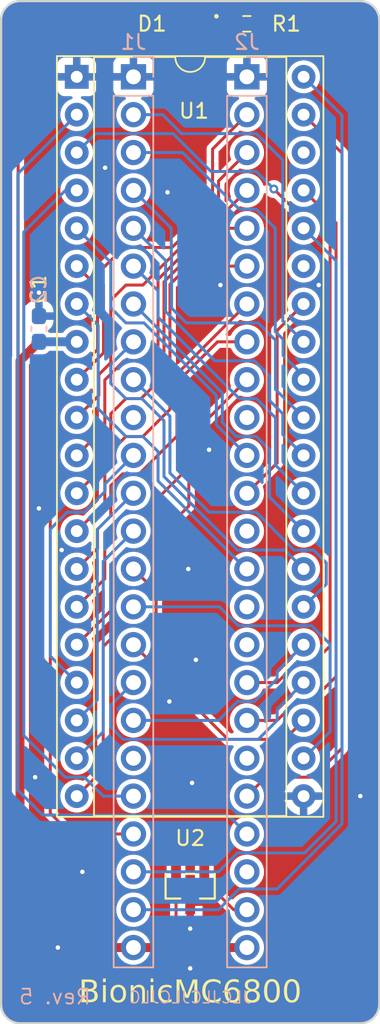
<source format=kicad_pcb>
(kicad_pcb (version 20221018) (generator pcbnew)
  (title_block (title "BionicMC6800") (date "2024-12-04") (rev "5") (company "Tadashi G. Takaoka"))
  (layers (0 "F.Cu" signal) (31 "B.Cu" signal) (34 "B.Paste" user) (35 "F.Paste" user) (36 "B.SilkS" user "B.Silkscreen") (37 "F.SilkS" user "F.Silkscreen") (38 "B.Mask" user) (39 "F.Mask" user) (44 "Edge.Cuts" user))
  (net 0 "")
  (net 1 "VCC")
  (net 2 "GND")
  (net 3 "/P53")
  (net 5 "/P26")
  (net 6 "Net-(D1-K)")
  (net 7 "/P27")
  (net 8 "/P47")
  (net 9 "/P46")
  (net 10 "/P25")
  (net 11 "/P24")
  (net 12 "/P23")
  (net 13 "/P22")
  (net 14 "/P21")
  (net 15 "/P20")
  (net 16 "/P34")
  (net 17 "/P35")
  (net 18 "/P17")
  (net 19 "/P36")
  (net 20 "/P16")
  (net 21 "/P15")
  (net 22 "/P40")
  (net 23 "/P14")
  (net 24 "/P41")
  (net 25 "/P13")
  (net 26 "/P51")
  (net 27 "/P12")
  (net 28 "/P11")
  (net 29 "/P10")
  (net 30 "/P33")
  (net 31 "/P32")
  (net 32 "/P31")
  (net 33 "/P30")
  (net 35 "/P55")
  (net 36 "/P43")
  (net 37 "/P37")
  (net 38 "/P50")
  (net 39 "/P52")
  (net 40 "/P54")
  (net 43 "Net-(J2-P57)")
  (footprint "Resistor_SMD:R_0603_1608Metric_Pad0.98x0.95mm_HandSolder" (layer "F.Cu") (at 117.51 71.524)
    (fp_text reference "R1" (at 2.6435 0) (layer "F.SilkS"))
    (fp_text value "1.6k")
    (fp_line (start -0.254724 -0.5225) (end 0.254724 -0.5225) (stroke (width 0.12)) (layer "F.SilkS"))
    (fp_line (start -0.254724 0.5225) (end 0.254724 0.5225) (stroke (width 0.12)) (layer "F.SilkS"))
    (pad "1" smd roundrect (at -0.9125 0) (size 0.975 0.95) (layers "F.Cu" "F.Paste" "F.Mask") (net 6 "Net-(D1-K)"))
    (pad "2" smd roundrect (at 0.9125 0) (size 0.975 0.95) (layers "F.Cu" "F.Paste" "F.Mask") (net 2 "GND"))
  )
  (footprint "0-LocalLibrary:SOT-23_MC_MCH-M" (layer "F.Cu") (at 113.7 129.386 180)
    (fp_text reference "U2" (at 0 3.225 unlocked) (layer "F.SilkS"))
    (fp_text value "11AA010-I/TT")
    (fp_line (start -1.652 -0.827) (end -1.652 0.827) (stroke (width 0.1524)) (layer "F.SilkS"))
    (fp_line (start -0.66294 -0.827) (end -1.652 -0.827) (stroke (width 0.1524)) (layer "F.SilkS"))
    (fp_line (start -0.287061 0.827) (end 0.287061 0.827) (stroke (width 0.1524)) (layer "F.SilkS"))
    (fp_line (start 1.652 -0.827) (end 0.66294 -0.827) (stroke (width 0.1524)) (layer "F.SilkS"))
    (fp_line (start 1.652 0.827) (end 1.652 -0.827) (stroke (width 0.1524)) (layer "F.SilkS"))
    (pad "1" smd rect (at -0.950001 1.066 180) (size 0.6604 1.6256) (layers "F.Cu" "F.Paste" "F.Mask") (net 43 "Net-(J2-P57)"))
    (pad "2" smd rect (at 0.950001 1.066 180) (size 0.6604 1.6256) (layers "F.Cu" "F.Paste" "F.Mask") (net 1 "VCC"))
    (pad "3" smd rect (at 0 -1.066 180) (size 0.6604 1.6256) (layers "F.Cu" "F.Paste" "F.Mask") (net 2 "GND"))
  )
  (footprint "0-LocalLibrary:DIP-40_W15.24mm_Socket" (layer "F.Cu") (at 106.08 75.08)
    (fp_text reference "U1" (at 7.874 2.286) (layer "F.SilkS"))
    (fp_text value "MC6800P")
    (fp_line (start -1.33 -1.39) (end -1.33 49.65) (stroke (width 0.12)) (layer "F.SilkS"))
    (fp_line (start -1.33 49.65) (end 16.57 49.65) (stroke (width 0.12)) (layer "F.SilkS"))
    (fp_line (start 1.16 -1.33) (end 1.16 49.59) (stroke (width 0.12)) (layer "F.SilkS"))
    (fp_line (start 1.16 49.59) (end 14.08 49.59) (stroke (width 0.12)) (layer "F.SilkS"))
    (fp_line (start 6.62 -1.33) (end 1.16 -1.33) (stroke (width 0.12)) (layer "F.SilkS"))
    (fp_line (start 14.08 -1.33) (end 8.62 -1.33) (stroke (width 0.12)) (layer "F.SilkS"))
    (fp_line (start 14.08 49.59) (end 14.08 -1.33) (stroke (width 0.12)) (layer "F.SilkS"))
    (fp_line (start 16.57 -1.39) (end -1.33 -1.39) (stroke (width 0.12)) (layer "F.SilkS"))
    (fp_line (start 16.57 49.65) (end 16.57 -1.39) (stroke (width 0.12)) (layer "F.SilkS"))
    (fp_arc (start 8.62 -1.33) (mid 7.62 -0.33) (end 6.62 -1.33) (stroke (width 0.12)) (layer "F.SilkS"))
    (pad "1" thru_hole rect locked (at 0 0) (size 1.6 1.6) (drill 0.8) (layers "*.Cu" "*.Mask") (net 2 "GND"))
    (pad "2" thru_hole oval locked (at 0 2.54) (size 1.6 1.6) (drill 0.8) (layers "*.Cu" "*.Mask") (net 35 "/P55"))
    (pad "3" thru_hole oval locked (at 0 5.08) (size 1.6 1.6) (drill 0.8) (layers "*.Cu" "*.Mask") (net 9 "/P46"))
    (pad "4" thru_hole oval locked (at 0 7.62) (size 1.6 1.6) (drill 0.8) (layers "*.Cu" "*.Mask") (net 38 "/P50"))
    (pad "5" thru_hole oval locked (at 0 10.16) (size 1.6 1.6) (drill 0.8) (layers "*.Cu" "*.Mask") (net 22 "/P40"))
    (pad "6" thru_hole oval locked (at 0 12.7) (size 1.6 1.6) (drill 0.8) (layers "*.Cu" "*.Mask") (net 26 "/P51"))
    (pad "7" thru_hole oval locked (at 0 15.24) (size 1.6 1.6) (drill 0.8) (layers "*.Cu" "*.Mask") (net 36 "/P43"))
    (pad "8" thru_hole oval locked (at 0 17.78) (size 1.6 1.6) (drill 0.8) (layers "*.Cu" "*.Mask") (net 1 "VCC"))
    (pad "9" thru_hole oval locked (at 0 20.32) (size 1.6 1.6) (drill 0.8) (layers "*.Cu" "*.Mask") (net 15 "/P20"))
    (pad "10" thru_hole oval locked (at 0 22.86) (size 1.6 1.6) (drill 0.8) (layers "*.Cu" "*.Mask") (net 14 "/P21"))
    (pad "11" thru_hole oval locked (at 0 25.4) (size 1.6 1.6) (drill 0.8) (layers "*.Cu" "*.Mask") (net 13 "/P22"))
    (pad "12" thru_hole oval locked (at 0 27.94) (size 1.6 1.6) (drill 0.8) (layers "*.Cu" "*.Mask") (net 12 "/P23"))
    (pad "13" thru_hole oval locked (at 0 30.48) (size 1.6 1.6) (drill 0.8) (layers "*.Cu" "*.Mask") (net 11 "/P24"))
    (pad "14" thru_hole oval locked (at 0 33.02) (size 1.6 1.6) (drill 0.8) (layers "*.Cu" "*.Mask") (net 10 "/P25"))
    (pad "15" thru_hole oval locked (at 0 35.56) (size 1.6 1.6) (drill 0.8) (layers "*.Cu" "*.Mask") (net 5 "/P26"))
    (pad "16" thru_hole oval locked (at 0 38.1) (size 1.6 1.6) (drill 0.8) (layers "*.Cu" "*.Mask") (net 7 "/P27"))
    (pad "17" thru_hole oval locked (at 0 40.64) (size 1.6 1.6) (drill 0.8) (layers "*.Cu" "*.Mask") (net 33 "/P30"))
    (pad "18" thru_hole oval locked (at 0 43.18) (size 1.6 1.6) (drill 0.8) (layers "*.Cu" "*.Mask") (net 32 "/P31"))
    (pad "19" thru_hole oval locked (at 0 45.72) (size 1.6 1.6) (drill 0.8) (layers "*.Cu" "*.Mask") (net 31 "/P32"))
    (pad "20" thru_hole oval locked (at 0 48.26) (size 1.6 1.6) (drill 0.8) (layers "*.Cu" "*.Mask") (net 30 "/P33"))
    (pad "21" thru_hole oval locked (at 15.24 48.26) (size 1.6 1.6) (drill 0.8) (layers "*.Cu" "*.Mask") (net 2 "GND"))
    (pad "22" thru_hole oval locked (at 15.24 45.72) (size 1.6 1.6) (drill 0.8) (layers "*.Cu" "*.Mask") (net 16 "/P34"))
    (pad "23" thru_hole oval locked (at 15.24 43.18) (size 1.6 1.6) (drill 0.8) (layers "*.Cu" "*.Mask") (net 17 "/P35"))
    (pad "24" thru_hole oval locked (at 15.24 40.64) (size 1.6 1.6) (drill 0.8) (layers "*.Cu" "*.Mask") (net 19 "/P36"))
    (pad "25" thru_hole oval locked (at 15.24 38.1) (size 1.6 1.6) (drill 0.8) (layers "*.Cu" "*.Mask") (net 37 "/P37"))
    (pad "26" thru_hole oval locked (at 15.24 35.56) (size 1.6 1.6) (drill 0.8) (layers "*.Cu" "*.Mask") (net 18 "/P17"))
    (pad "27" thru_hole oval locked (at 15.24 33.02) (size 1.6 1.6) (drill 0.8) (layers "*.Cu" "*.Mask") (net 20 "/P16"))
    (pad "28" thru_hole oval locked (at 15.24 30.48) (size 1.6 1.6) (drill 0.8) (layers "*.Cu" "*.Mask") (net 21 "/P15"))
    (pad "29" thru_hole oval locked (at 15.24 27.94) (size 1.6 1.6) (drill 0.8) (layers "*.Cu" "*.Mask") (net 23 "/P14"))
    (pad "30" thru_hole oval locked (at 15.24 25.4) (size 1.6 1.6) (drill 0.8) (layers "*.Cu" "*.Mask") (net 25 "/P13"))
    (pad "31" thru_hole oval locked (at 15.24 22.86) (size 1.6 1.6) (drill 0.8) (layers "*.Cu" "*.Mask") (net 27 "/P12"))
    (pad "32" thru_hole oval locked (at 15.24 20.32) (size 1.6 1.6) (drill 0.8) (layers "*.Cu" "*.Mask") (net 28 "/P11"))
    (pad "33" thru_hole oval locked (at 15.24 17.78) (size 1.6 1.6) (drill 0.8) (layers "*.Cu" "*.Mask") (net 29 "/P10"))
    (pad "34" thru_hole oval locked (at 15.24 15.24) (size 1.6 1.6) (drill 0.8) (layers "*.Cu" "*.Mask") (net 24 "/P41"))
    (pad "35" thru_hole oval locked (at 15.24 12.7) (size 1.6 1.6) (drill 0.8) (layers "*.Cu" "*.Mask"))
    (pad "36" thru_hole oval locked (at 15.24 10.16) (size 1.6 1.6) (drill 0.8) (layers "*.Cu" "*.Mask") (net 39 "/P52"))
    (pad "37" thru_hole oval locked (at 15.24 7.62) (size 1.6 1.6) (drill 0.8) (layers "*.Cu" "*.Mask") (net 8 "/P47"))
    (pad "38" thru_hole oval locked (at 15.24 5.08) (size 1.6 1.6) (drill 0.8) (layers "*.Cu" "*.Mask"))
    (pad "39" thru_hole oval locked (at 15.24 2.54) (size 1.6 1.6) (drill 0.8) (layers "*.Cu" "*.Mask") (net 40 "/P54"))
    (pad "40" thru_hole oval locked (at 15.24 0) (size 1.6 1.6) (drill 0.8) (layers "*.Cu" "*.Mask") (net 3 "/P53"))
  )
  (footprint "0-LocalLibrary:LED_CSL1901UW1_ROM" (layer "F.Cu") (at 113.6873 71.524 180)
    (fp_text reference "D1" (at 2.5527 0 unlocked) (layer "F.SilkS"))
    (fp_text value "CSL1901UW1")
    (fp_circle (center -1.778 0.508) (end -1.7018 0.508) (stroke (width 0.1524)) (fill none) (layer "F.SilkS"))
    (pad "1" smd rect (at -0.7747 0 180) (size 0.762 0.7112) (layers "F.Cu" "F.Paste" "F.Mask") (net 6 "Net-(D1-K)"))
    (pad "2" smd rect (at 0.7747 0 180) (size 0.762 0.7112) (layers "F.Cu" "F.Paste" "F.Mask") (net 1 "VCC"))
    (zone (net 0) (net_name "") (layer "F.Cu") (connect_pads (clearance 0)) (min_thickness 0.254)
      (keepout (tracks not_allowed) (vias not_allowed) (pads allowed) (copperpour not_allowed) (footprints allowed))
      (fill (thermal_gap 0.508) (thermal_bridge_width 0.508))
      (polygon (pts (xy 114.0302 71.8796) (xy 113.3444 71.8796) (xy 113.3444 71.1684) (xy 114.0302 71.1684)))
    )
  )
  (footprint "Capacitor_SMD:C_0603_1608Metric_Pad1.08x0.95mm_HandSolder" (layer "F.Cu") (at 103.54 91.9964 90)
    (fp_text reference "C1" (at 2.6405 -0.03 90) (layer "F.SilkS"))
    (fp_text value "0.1u")
    (fp_line (start -0.146267 -0.51) (end 0.146267 -0.51) (stroke (width 0.12)) (layer "F.SilkS"))
    (fp_line (start -0.146267 0.51) (end 0.146267 0.51) (stroke (width 0.12)) (layer "F.SilkS"))
    (pad "1" smd roundrect (at -0.8625 0 90) (size 1.075 0.95) (layers "F.Cu" "F.Paste" "F.Mask") (net 1 "VCC"))
    (pad "2" smd roundrect (at 0.8625 0 90) (size 1.075 0.95) (layers "F.Cu" "F.Paste" "F.Mask") (net 2 "GND"))
  )
  (footprint "0-LocalLibrary:Bionic-P245_Vertical" (layer "B.Cu") (at 117.51 75.08 180)
    (fp_text reference "J2" (at 0 2.33) (layer "B.SilkS") (effects (justify mirror)))
    (fp_text value "Bionic-P245")
    (fp_line (start -1.33 -59.75) (end 1.33 -59.75) (stroke (width 0.12)) (layer "B.SilkS"))
    (fp_line (start -1.33 -1.27) (end -1.33 -59.75) (stroke (width 0.12)) (layer "B.SilkS"))
    (fp_line (start -1.33 -1.27) (end 1.33 -1.27) (stroke (width 0.12)) (layer "B.SilkS"))
    (fp_line (start -1.33 0) (end -1.33 1.33) (stroke (width 0.12)) (layer "B.SilkS"))
    (fp_line (start -1.33 1.33) (end 0 1.33) (stroke (width 0.12)) (layer "B.SilkS"))
    (fp_line (start 1.33 -1.27) (end 1.33 -59.75) (stroke (width 0.12)) (layer "B.SilkS"))
    (pad "25" thru_hole oval locked (at 0 -58.42 180) (size 1.7 1.7) (drill 1) (layers "*.Cu" "*.Mask") (net 1 "VCC"))
    (pad "26" thru_hole oval locked (at 0 -55.88 180) (size 1.7 1.7) (drill 1) (layers "*.Cu" "*.Mask") (net 43 "Net-(J2-P57)"))
    (pad "27" thru_hole oval locked (at 0 -53.34 180) (size 1.7 1.7) (drill 1) (layers "*.Cu" "*.Mask"))
    (pad "28" thru_hole oval locked (at 0 -50.8 180) (size 1.7 1.7) (drill 1) (layers "*.Cu" "*.Mask") (net 35 "/P55"))
    (pad "29" thru_hole oval locked (at 0 -48.26 180) (size 1.7 1.7) (drill 1) (layers "*.Cu" "*.Mask") (net 40 "/P54"))
    (pad "30" thru_hole oval locked (at 0 -45.72 180) (size 1.7 1.7) (drill 1) (layers "*.Cu" "*.Mask"))
    (pad "31" thru_hole oval locked (at 0 -43.18 180) (size 1.7 1.7) (drill 1) (layers "*.Cu" "*.Mask") (net 8 "/P47"))
    (pad "32" thru_hole oval locked (at 0 -40.64 180) (size 1.7 1.7) (drill 1) (layers "*.Cu" "*.Mask") (net 9 "/P46"))
    (pad "33" thru_hole oval locked (at 0 -38.1 180) (size 1.7 1.7) (drill 1) (layers "*.Cu" "*.Mask"))
    (pad "34" thru_hole oval locked (at 0 -35.56 180) (size 1.7 1.7) (drill 1) (layers "*.Cu" "*.Mask"))
    (pad "35" thru_hole oval locked (at 0 -33.02 180) (size 1.7 1.7) (drill 1) (layers "*.Cu" "*.Mask") (net 36 "/P43"))
    (pad "36" thru_hole oval locked (at 0 -30.48 180) (size 1.7 1.7) (drill 1) (layers "*.Cu" "*.Mask"))
    (pad "37" thru_hole oval locked (at 0 -27.94 180) (size 1.7 1.7) (drill 1) (layers "*.Cu" "*.Mask") (net 24 "/P41"))
    (pad "38" thru_hole oval locked (at 0 -25.4 180) (size 1.7 1.7) (drill 1) (layers "*.Cu" "*.Mask") (net 22 "/P40"))
    (pad "39" thru_hole oval locked (at 0 -22.86 180) (size 1.7 1.7) (drill 1) (layers "*.Cu" "*.Mask"))
    (pad "40" thru_hole oval locked (at 0 -20.32 180) (size 1.7 1.7) (drill 1) (layers "*.Cu" "*.Mask") (net 7 "/P27"))
    (pad "41" thru_hole oval locked (at 0 -17.78 180) (size 1.7 1.7) (drill 1) (layers "*.Cu" "*.Mask") (net 5 "/P26"))
    (pad "42" thru_hole oval locked (at 0 -15.24 180) (size 1.7 1.7) (drill 1) (layers "*.Cu" "*.Mask") (net 10 "/P25"))
    (pad "43" thru_hole oval locked (at 0 -12.7 180) (size 1.7 1.7) (drill 1) (layers "*.Cu" "*.Mask") (net 11 "/P24"))
    (pad "44" thru_hole oval locked (at 0 -10.16 180) (size 1.7 1.7) (drill 1) (layers "*.Cu" "*.Mask") (net 12 "/P23"))
    (pad "45" thru_hole oval locked (at 0 -7.62 180) (size 1.7 1.7) (drill 1) (layers "*.Cu" "*.Mask") (net 13 "/P22"))
    (pad "46" thru_hole oval locked (at 0 -5.08 180) (size 1.7 1.7) (drill 1) (layers "*.Cu" "*.Mask") (net 14 "/P21"))
    (pad "47" thru_hole oval locked (at 0 -2.54 180) (size 1.7 1.7) (drill 1) (layers "*.Cu" "*.Mask") (net 15 "/P20"))
    (pad "48" thru_hole rect locked (at 0 0 180) (size 1.7 1.7) (drill 1) (layers "*.Cu" "*.Mask") (net 2 "GND"))
  )
  (footprint "0-LocalLibrary:Bionic-P135_Vertical" (layer "B.Cu") (at 109.89 75.08 180)
    (fp_text reference "J1" (at 0 2.33) (layer "B.SilkS") (effects (justify mirror)))
    (fp_text value "Bionic-P135")
    (fp_line (start -1.33 -59.75) (end 1.33 -59.75) (stroke (width 0.12)) (layer "B.SilkS"))
    (fp_line (start -1.33 -1.27) (end -1.33 -59.75) (stroke (width 0.12)) (layer "B.SilkS"))
    (fp_line (start -1.33 -1.27) (end 1.33 -1.27) (stroke (width 0.12)) (layer "B.SilkS"))
    (fp_line (start -1.33 0) (end -1.33 1.33) (stroke (width 0.12)) (layer "B.SilkS"))
    (fp_line (start -1.33 1.33) (end 0 1.33) (stroke (width 0.12)) (layer "B.SilkS"))
    (fp_line (start 1.33 -1.27) (end 1.33 -59.75) (stroke (width 0.12)) (layer "B.SilkS"))
    (pad "1" thru_hole rect locked (at 0 0 180) (size 1.7 1.7) (drill 1) (layers "*.Cu" "*.Mask") (net 2 "GND"))
    (pad "2" thru_hole oval locked (at 0 -2.54 180) (size 1.7 1.7) (drill 1) (layers "*.Cu" "*.Mask") (net 29 "/P10"))
    (pad "3" thru_hole oval locked (at 0 -5.08 180) (size 1.7 1.7) (drill 1) (layers "*.Cu" "*.Mask") (net 28 "/P11"))
    (pad "4" thru_hole oval locked (at 0 -7.62 180) (size 1.7 1.7) (drill 1) (layers "*.Cu" "*.Mask") (net 27 "/P12"))
    (pad "5" thru_hole oval locked (at 0 -10.16 180) (size 1.7 1.7) (drill 1) (layers "*.Cu" "*.Mask") (net 25 "/P13"))
    (pad "6" thru_hole oval locked (at 0 -12.7 180) (size 1.7 1.7) (drill 1) (layers "*.Cu" "*.Mask") (net 23 "/P14"))
    (pad "7" thru_hole oval locked (at 0 -15.24 180) (size 1.7 1.7) (drill 1) (layers "*.Cu" "*.Mask") (net 21 "/P15"))
    (pad "8" thru_hole oval locked (at 0 -17.78 180) (size 1.7 1.7) (drill 1) (layers "*.Cu" "*.Mask") (net 20 "/P16"))
    (pad "9" thru_hole oval locked (at 0 -20.32 180) (size 1.7 1.7) (drill 1) (layers "*.Cu" "*.Mask") (net 18 "/P17"))
    (pad "10" thru_hole oval locked (at 0 -22.86 180) (size 1.7 1.7) (drill 1) (layers "*.Cu" "*.Mask"))
    (pad "11" thru_hole oval locked (at 0 -25.4 180) (size 1.7 1.7) (drill 1) (layers "*.Cu" "*.Mask") (net 33 "/P30"))
    (pad "12" thru_hole oval locked (at 0 -27.94 180) (size 1.7 1.7) (drill 1) (layers "*.Cu" "*.Mask") (net 32 "/P31"))
    (pad "13" thru_hole oval locked (at 0 -30.48 180) (size 1.7 1.7) (drill 1) (layers "*.Cu" "*.Mask") (net 31 "/P32"))
    (pad "14" thru_hole oval locked (at 0 -33.02 180) (size 1.7 1.7) (drill 1) (layers "*.Cu" "*.Mask") (net 30 "/P33"))
    (pad "15" thru_hole oval locked (at 0 -35.56 180) (size 1.7 1.7) (drill 1) (layers "*.Cu" "*.Mask") (net 16 "/P34"))
    (pad "16" thru_hole oval locked (at 0 -38.1 180) (size 1.7 1.7) (drill 1) (layers "*.Cu" "*.Mask") (net 17 "/P35"))
    (pad "17" thru_hole oval locked (at 0 -40.64 180) (size 1.7 1.7) (drill 1) (layers "*.Cu" "*.Mask") (net 19 "/P36"))
    (pad "18" thru_hole oval locked (at 0 -43.18 180) (size 1.7 1.7) (drill 1) (layers "*.Cu" "*.Mask") (net 37 "/P37"))
    (pad "19" thru_hole oval locked (at 0 -45.72 180) (size 1.7 1.7) (drill 1) (layers "*.Cu" "*.Mask"))
    (pad "20" thru_hole oval locked (at 0 -48.26 180) (size 1.7 1.7) (drill 1) (layers "*.Cu" "*.Mask") (net 38 "/P50"))
    (pad "21" thru_hole oval locked (at 0 -50.8 180) (size 1.7 1.7) (drill 1) (layers "*.Cu" "*.Mask") (net 26 "/P51"))
    (pad "22" thru_hole oval locked (at 0 -53.34 180) (size 1.7 1.7) (drill 1) (layers "*.Cu" "*.Mask") (net 39 "/P52"))
    (pad "23" thru_hole oval locked (at 0 -55.88 180) (size 1.7 1.7) (drill 1) (layers "*.Cu" "*.Mask") (net 3 "/P53"))
    (pad "24" thru_hole oval locked (at 0 -58.42 180) (size 1.7 1.7) (drill 1) (layers "*.Cu" "*.Mask") (net 1 "VCC"))
  )
  (footprint "Capacitor_SMD:C_0603_1608Metric_Pad1.08x0.95mm_HandSolder" (layer "B.Cu") (at 103.54 91.9953 90)
    (fp_text reference "C2" (at 2.6405 0 90) (layer "B.SilkS") (effects (justify mirror)))
    (fp_text value "22u")
    (fp_line (start -0.146267 -0.51) (end 0.146267 -0.51) (stroke (width 0.12)) (layer "B.SilkS"))
    (fp_line (start -0.146267 0.51) (end 0.146267 0.51) (stroke (width 0.12)) (layer "B.SilkS"))
    (pad "1" smd roundrect (at -0.8625 0 90) (size 1.075 0.95) (layers "B.Cu" "B.Paste" "B.Mask") (net 1 "VCC"))
    (pad "2" smd roundrect (at 0.8625 0 90) (size 1.075 0.95) (layers "B.Cu" "B.Paste" "B.Mask") (net 2 "GND"))
  )
  (gr_arc (start 125.13 70) (mid 126.028026 70.371974) (end 126.4 71.27) (stroke (width 0.15)) (layer "Edge.Cuts"))
  (gr_line (start 102.27 138.58) (end 125.13 138.58) (stroke (width 0.15)) (layer "Edge.Cuts"))
  (gr_line (start 126.4 137.31) (end 126.4 71.27) (stroke (width 0.15)) (layer "Edge.Cuts"))
  (gr_arc (start 102.27 138.58) (mid 101.371974 138.208026) (end 101 137.31) (stroke (width 0.15)) (layer "Edge.Cuts"))
  (gr_line (start 125.13 70) (end 102.27 70) (stroke (width 0.15)) (layer "Edge.Cuts"))
  (gr_arc (start 101 71.27) (mid 101.371974 70.371974) (end 102.27 70) (stroke (width 0.15)) (layer "Edge.Cuts"))
  (gr_line (start 101 71.27) (end 101 137.31) (stroke (width 0.15)) (layer "Edge.Cuts"))
  (gr_arc (start 126.4 137.31) (mid 126.028026 138.208026) (end 125.13 138.58) (stroke (width 0.15)) (layer "Edge.Cuts"))
  (gr_text "Rev. 5" (at 107.096 136.802) (layer "B.SilkS") (effects (font (size 1 1)) (justify left mirror)))
  (gr_text "JLCJLCJLCJLC" (at 113.7 137.31) (layer "B.SilkS") (effects (font (size 0.8 0.8)) (justify bottom mirror)))
  (gr_text "BionicMC6800" (at 113.7 136.548) (layer "F.SilkS") (effects (font (size 1.5 1.5))))
  (segment (start 112.811 133.5) (end 117.51 133.5) (width 0.6) (layer "F.Cu") (net 1))
  (segment (start 109.89 133.5) (end 112.811 133.5) (width 0.6) (layer "F.Cu") (net 1))
  (segment (start 102.143 75.207) (end 105.826 71.524) (width 0.2) (layer "F.Cu") (net 1))
  (segment (start 103.286 92.7079) (end 103.286 92.7065) (width 0.2) (layer "F.Cu") (net 1))
  (segment (start 105.826 71.524) (end 112.9126 71.524) (width 0.2) (layer "F.Cu") (net 1))
  (segment (start 108.687919 133.5) (end 102.27 127.082081) (width 0.6) (layer "F.Cu") (net 1))
  (segment (start 105.4465 92.86) (end 106.08 92.86) (width 0.2) (layer "F.Cu") (net 1))
  (segment (start 102.27 94.13) (end 103.54 92.86) (width 0.6) (layer "F.Cu") (net 1))
  (segment (start 109.89 133.5) (end 108.687919 133.5) (width 0.6) (layer "F.Cu") (net 1))
  (segment (start 102.27 94.13) (end 102.143 94.003) (width 0.2) (layer "F.Cu") (net 1))
  (segment (start 103.54 92.8589) (end 106.0789 92.8589) (width 0.6) (layer "F.Cu") (net 1))
  (segment (start 106.0789 92.8589) (end 106.08 92.86) (width 0.8) (layer "F.Cu") (net 1))
  (segment (start 103.1339 92.86) (end 103.286 92.7079) (width 0.2) (layer "F.Cu") (net 1))
  (segment (start 102.143 94.003) (end 102.143 75.207) (width 0.2) (layer "F.Cu") (net 1))
  (segment (start 103.54 92.86) (end 103.54 92.8589) (width 0.6) (layer "F.Cu") (net 1))
  (segment (start 112.749999 133.438999) (end 112.811 133.5) (width 0.2) (layer "F.Cu") (net 1))
  (segment (start 112.749999 128.32) (end 112.749999 133.438999) (width 0.2) (layer "F.Cu") (net 1))
  (segment (start 102.27 127.082081) (end 102.27 94.13) (width 0.6) (layer "F.Cu") (net 1))
  (segment (start 103.54 92.8578) (end 106.0778 92.8578) (width 0.6) (layer "B.Cu") (net 1))
  (segment (start 106.0778 92.8578) (end 106.08 92.86) (width 0.8) (layer "B.Cu") (net 1))
  (via (at 113.573 108.1) (size 0.6) (drill 0.3) (layers "F.Cu" "B.Cu") (net 2))
  (via (at 115.732 89.05) (size 0.6) (drill 0.3) (layers "F.Cu" "B.Cu") (net 2))
  (via (at 103.54 104.036) (size 0.6) (drill 0.3) (layers "F.Cu" "B.Cu") (net 2))
  (via (at 112.303 116.99) (size 0.6) (drill 0.3) (layers "F.Cu" "B.Cu") (net 2))
  (via (at 106.461 128.42) (size 0.6) (drill 0.3) (layers "F.Cu" "B.Cu") (net 2))
  (via (at 103.286 122.07) (size 0.6) (drill 0.3) (layers "F.Cu" "B.Cu") (net 2))
  (via (at 122.336 89.05) (size 0.6) (drill 0.3) (layers "F.Cu" "B.Cu") (net 2))
  (via (at 112.176 82.827) (size 0.6) (drill 0.3) (layers "F.Cu" "B.Cu") (net 2))
  (via (at 104.81 133.5) (size 0.6) (drill 0.3) (layers "F.Cu" "B.Cu") (net 2))
  (via (at 113.827 122.451) (size 0.6) (drill 0.3) (layers "F.Cu" "B.Cu") (net 2))
  (via (at 105.064 106.83) (size 0.6) (drill 0.3) (layers "F.Cu" "B.Cu") (net 2))
  (via (at 113.7 134.897) (size 0.6) (drill 0.3) (layers "F.Cu" "B.Cu") (net 2))
  (via (at 107.985 81.176) (size 0.6) (drill 0.3) (layers "F.Cu" "B.Cu") (net 2))
  (via (at 125.13 123.34) (size 0.6) (drill 0.3) (layers "F.Cu" "B.Cu") (net 2))
  (via (at 103.54 89.558) (size 0.6) (drill 0.3) (layers "F.Cu" "B.Cu") (net 2))
  (via (at 113.7 132.23) (size 0.6) (drill 0.3) (layers "F.Cu" "B.Cu") (net 2))
  (via (at 114.081 114.196) (size 0.6) (drill 0.3) (layers "F.Cu" "B.Cu") (net 2))
  (via (at 114.97 100.099) (size 0.6) (drill 0.3) (layers "F.Cu" "B.Cu") (net 2))
  (segment (start 123.898 125.206999) (end 123.898 77.658) (width 0.2) (layer "B.Cu") (net 3))
  (segment (start 116.995 129.57) (end 119.535 129.57) (width 0.2) (layer "B.Cu") (net 3))
  (segment (start 109.89 130.96) (end 115.605 130.96) (width 0.2) (layer "B.Cu") (net 3))
  (segment (start 123.898 77.658) (end 121.32 75.08) (width 0.2) (layer "B.Cu") (net 3))
  (segment (start 119.535 129.57) (end 123.898 125.206999) (width 0.2) (layer "B.Cu") (net 3))
  (segment (start 115.605 130.96) (end 116.995 129.57) (width 0.2) (layer "B.Cu") (net 3))
  (segment (start 113.211 101.6747) (end 113.211 95.184686) (width 0.2) (layer "F.Cu") (net 5))
  (segment (start 106.08 110.64) (end 107.966 108.754) (width 0.2) (layer "F.Cu") (net 5))
  (segment (start 109.382 104.29) (end 110.5957 104.29) (width 0.2) (layer "F.Cu") (net 5))
  (segment (start 107.966 108.754) (end 107.966 105.706) (width 0.2) (layer "F.Cu") (net 5))
  (segment (start 110.5957 104.29) (end 113.211 101.6747) (width 0.2) (layer "F.Cu") (net 5))
  (segment (start 113.211 95.184686) (end 115.535686 92.86) (width 0.2) (layer "F.Cu") (net 5))
  (segment (start 115.535686 92.86) (end 117.51 92.86) (width 0.2) (layer "F.Cu") (net 5))
  (segment (start 107.966 105.706) (end 109.382 104.29) (width 0.2) (layer "F.Cu") (net 5))
  (segment (start 116.5975 71.524) (end 114.462 71.524) (width 0.2) (layer "F.Cu") (net 6))
  (segment (start 113.611 99.299) (end 113.611 103.871) (width 0.2) (layer "F.Cu") (net 7))
  (segment (start 113.611 103.871) (end 110.652 106.83) (width 0.2) (layer "F.Cu") (net 7))
  (segment (start 110.652 106.83) (end 109.382 106.83) (width 0.2) (layer "F.Cu") (net 7))
  (segment (start 108.366 107.846) (end 108.366 110.894) (width 0.2) (layer "F.Cu") (net 7))
  (segment (start 117.51 95.4) (end 113.611 99.299) (width 0.2) (layer "F.Cu") (net 7))
  (segment (start 109.382 106.83) (end 108.366 107.846) (width 0.2) (layer "F.Cu") (net 7))
  (segment (start 108.366 110.894) (end 106.08 113.18) (width 0.2) (layer "F.Cu") (net 7))
  (segment (start 120.812 116.99) (end 121.828 116.99) (width 0.2) (layer "F.Cu") (net 8))
  (segment (start 117.51 118.26) (end 119.542 118.26) (width 0.2) (layer "F.Cu") (net 8))
  (segment (start 123.498 115.32) (end 123.498 84.878) (width 0.2) (layer "F.Cu") (net 8))
  (segment (start 123.498 84.878) (end 121.32 82.7) (width 0.2) (layer "F.Cu") (net 8))
  (segment (start 119.542 118.26) (end 120.812 116.99) (width 0.2) (layer "F.Cu") (net 8))
  (segment (start 121.828 116.99) (end 123.498 115.32) (width 0.2) (layer "F.Cu") (net 8))
  (segment (start 119.542 115.72) (end 117.51 115.72) (width 0.2) (layer "F.Cu") (net 9))
  (segment (start 120.812 114.45) (end 119.542 115.72) (width 0.2) (layer "F.Cu") (net 9))
  (segment (start 123.098 113.269) (end 121.917 114.45) (width 0.2) (layer "F.Cu") (net 9))
  (segment (start 120.685 83.97) (end 121.8915 83.97) (width 0.2) (layer "F.Cu") (net 9))
  (segment (start 123.098 85.1765) (end 123.098 113.269) (width 0.2) (layer "F.Cu") (net 9))
  (segment (start 119.323 82.608) (end 120.685 83.97) (width 0.2) (layer "F.Cu") (net 9))
  (segment (start 121.8915 83.97) (end 123.098 85.1765) (width 0.2) (layer "F.Cu") (net 9))
  (segment (start 121.917 114.45) (end 120.812 114.45) (width 0.2) (layer "F.Cu") (net 9))
  (via (at 119.323 82.608) (size 0.6) (drill 0.3) (layers "F.Cu" "B.Cu") (net 9))
  (segment (start 112.557 78.89) (end 107.35 78.89) (width 0.2) (layer "B.Cu") (net 9))
  (segment (start 107.35 78.89) (end 106.08 80.16) (width 0.2) (layer "B.Cu") (net 9))
  (segment (start 118.145 81.43) (end 115.097 81.43) (width 0.2) (layer "B.Cu") (net 9))
  (segment (start 119.323 82.608) (end 118.145 81.43) (width 0.2) (layer "B.Cu") (net 9))
  (segment (start 115.097 81.43) (end 112.557 78.89) (width 0.2) (layer "B.Cu") (net 9))
  (segment (start 107.477 106.703) (end 107.477 105.433) (width 0.2) (layer "F.Cu") (net 10))
  (segment (start 109.1614 101.7166) (end 110.2825 101.7166) (width 0.2) (layer "F.Cu") (net 10))
  (segment (start 107.477 105.433) (end 108.366 104.544) (width 0.2) (layer "F.Cu") (net 10))
  (segment (start 106.08 108.1) (end 107.477 106.703) (width 0.2) (layer "F.Cu") (net 10))
  (segment (start 108.366 104.544) (end 108.366 102.512) (width 0.2) (layer "F.Cu") (net 10))
  (segment (start 108.366 102.512) (end 109.1614 101.7166) (width 0.2) (layer "F.Cu") (net 10))
  (segment (start 112.811 99.1881) (end 112.811 95.019) (width 0.2) (layer "F.Cu") (net 10))
  (segment (start 112.811 95.019) (end 117.51 90.32) (width 0.2) (layer "F.Cu") (net 10))
  (segment (start 110.2825 101.7166) (end 112.811 99.1881) (width 0.2) (layer "F.Cu") (net 10))
  (segment (start 117.51 87.78) (end 113.573 87.78) (width 0.2) (layer "F.Cu") (net 11))
  (segment (start 107.966 103.674) (end 106.08 105.56) (width 0.2) (layer "F.Cu") (net 11))
  (segment (start 107.966 100.626) (end 107.966 103.674) (width 0.2) (layer "F.Cu") (net 11))
  (segment (start 109.3738 99.2182) (end 107.966 100.626) (width 0.2) (layer "F.Cu") (net 11))
  (segment (start 112.341 97.394) (end 110.5168 99.2182) (width 0.2) (layer "F.Cu") (net 11))
  (segment (start 110.5168 99.2182) (end 109.3738 99.2182) (width 0.2) (layer "F.Cu") (net 11))
  (segment (start 112.341 89.012) (end 112.341 97.394) (width 0.2) (layer "F.Cu") (net 11))
  (segment (start 113.573 87.78) (end 112.341 89.012) (width 0.2) (layer "F.Cu") (net 11))
  (segment (start 108.366 99.21) (end 107.477 100.099) (width 0.2) (layer "F.Cu") (net 12))
  (segment (start 107.477 101.623) (end 106.08 103.02) (width 0.2) (layer "F.Cu") (net 12))
  (segment (start 110.398 96.67) (end 109.382 96.67) (width 0.2) (layer "F.Cu") (net 12))
  (segment (start 111.941 95.127) (end 110.398 96.67) (width 0.2) (layer "F.Cu") (net 12))
  (segment (start 111.941 88.834686) (end 111.941 95.127) (width 0.2) (layer "F.Cu") (net 12))
  (segment (start 117.51 85.24) (end 115.535686 85.24) (width 0.2) (layer "F.Cu") (net 12))
  (segment (start 108.366 97.686) (end 108.366 99.21) (width 0.2) (layer "F.Cu") (net 12))
  (segment (start 115.535686 85.24) (end 111.941 88.834686) (width 0.2) (layer "F.Cu") (net 12))
  (segment (start 109.382 96.67) (end 108.366 97.686) (width 0.2) (layer "F.Cu") (net 12))
  (segment (start 107.477 100.099) (end 107.477 101.623) (width 0.2) (layer "F.Cu") (net 12))
  (segment (start 111.541 88.669) (end 117.51 82.7) (width 0.2) (layer "F.Cu") (net 13))
  (segment (start 107.966 98.594) (end 107.966 95.419) (width 0.2) (layer "F.Cu") (net 13))
  (segment (start 109.255 94.13) (end 110.525 94.13) (width 0.2) (layer "F.Cu") (net 13))
  (segment (start 110.525 94.13) (end 111.541 93.114) (width 0.2) (layer "F.Cu") (net 13))
  (segment (start 106.08 100.48) (end 107.966 98.594) (width 0.2) (layer "F.Cu") (net 13))
  (segment (start 107.966 95.419) (end 109.255 94.13) (width 0.2) (layer "F.Cu") (net 13))
  (segment (start 111.541 93.114) (end 111.541 88.669) (width 0.2) (layer "F.Cu") (net 13))
  (segment (start 107.566 95.057) (end 107.566 96.454) (width 0.2) (layer "F.Cu") (net 14))
  (segment (start 117.51 80.16) (end 115.605 82.065) (width 0.2) (layer "F.Cu") (net 14))
  (segment (start 108.366 94.257) (end 107.566 95.057) (width 0.2) (layer "F.Cu") (net 14))
  (segment (start 108.366 90.066) (end 108.366 94.257) (width 0.2) (layer "F.Cu") (net 14))
  (segment (start 107.566 96.454) (end 106.08 97.94) (width 0.2) (layer "F.Cu") (net 14))
  (segment (start 115.605 83.97) (end 110.525 89.05) (width 0.2) (layer "F.Cu") (net 14))
  (segment (start 109.382 89.05) (end 108.366 90.066) (width 0.2) (layer "F.Cu") (net 14))
  (segment (start 110.525 89.05) (end 109.382 89.05) (width 0.2) (layer "F.Cu") (net 14))
  (segment (start 115.605 82.065) (end 115.605 83.97) (width 0.2) (layer "F.Cu") (net 14))
  (segment (start 107.877 89.011315) (end 107.877 93.603) (width 0.2) (layer "F.Cu") (net 15))
  (segment (start 117.51 77.62) (end 115.205 79.925) (width 0.2) (layer "F.Cu") (net 15))
  (segment (start 115.205 79.925) (end 115.205 83.804314) (width 0.2) (layer "F.Cu") (net 15))
  (segment (start 107.858 88.992314) (end 107.877 89.011315) (width 0.2) (layer "F.Cu") (net 15))
  (segment (start 115.205 83.804314) (end 112.481173 86.528141) (width 0.2) (layer "F.Cu") (net 15))
  (segment (start 107.858 87.907) (end 107.858 88.992314) (width 0.2) (layer "F.Cu") (net 15))
  (segment (start 112.481173 86.528141) (end 109.236859 86.528141) (width 0.2) (layer "F.Cu") (net 15))
  (segment (start 107.877 93.603) (end 106.08 95.4) (width 0.2) (layer "F.Cu") (net 15))
  (segment (start 109.236859 86.528141) (end 107.858 87.907) (width 0.2) (layer "F.Cu") (net 15))
  (segment (start 123.098 119.022) (end 121.32 120.8) (width 0.2) (layer "B.Cu") (net 16))
  (segment (start 123.098 113.143175) (end 123.098 119.022) (width 0.2) (layer "B.Cu") (net 16))
  (segment (start 116.9385 111.91) (end 121.864825 111.91) (width 0.2) (layer "B.Cu") (net 16))
  (segment (start 121.864825 111.91) (end 123.098 113.143175) (width 0.2) (layer "B.Cu") (net 16))
  (segment (start 109.89 110.64) (end 115.6685 110.64) (width 0.2) (layer "B.Cu") (net 16))
  (segment (start 115.6685 110.64) (end 116.9385 111.91) (width 0.2) (layer "B.Cu") (net 16))
  (segment (start 116.24 119.53) (end 120.05 119.53) (width 0.2) (layer "F.Cu") (net 17))
  (segment (start 120.05 119.53) (end 121.32 118.26) (width 0.2) (layer "F.Cu") (net 17))
  (segment (start 109.89 113.18) (end 116.24 119.53) (width 0.2) (layer "F.Cu") (net 17))
  (segment (start 112.341 101.661) (end 114.97 104.29) (width 0.2) (layer "B.Cu") (net 18))
  (segment (start 122.844 109.116) (end 121.32 110.64) (width 0.2) (layer "B.Cu") (net 18))
  (segment (start 121.98945 106.83) (end 122.844 107.68455) (width 0.2) (layer "B.Cu") (net 18))
  (segment (start 118.145 104.29) (end 120.685 106.83) (width 0.2) (layer "B.Cu") (net 18))
  (segment (start 122.844 107.68455) (end 122.844 109.116) (width 0.2) (layer "B.Cu") (net 18))
  (segment (start 120.685 106.83) (end 121.98945 106.83) (width 0.2) (layer "B.Cu") (net 18))
  (segment (start 114.97 104.29) (end 118.145 104.29) (width 0.2) (layer "B.Cu") (net 18))
  (segment (start 112.341 97.851) (end 112.341 101.661) (width 0.2) (layer "B.Cu") (net 18))
  (segment (start 109.89 95.4) (end 112.341 97.851) (width 0.2) (layer "B.Cu") (net 18))
  (segment (start 108.366 117.244) (end 108.366 118.6952) (width 0.2) (layer "B.Cu") (net 19))
  (segment (start 108.366 118.6952) (end 109.2008 119.53) (width 0.2) (layer "B.Cu") (net 19))
  (segment (start 119.542 117.498) (end 121.32 115.72) (width 0.2) (layer "B.Cu") (net 19))
  (segment (start 109.2008 119.53) (end 118.272 119.53) (width 0.2) (layer "B.Cu") (net 19))
  (segment (start 109.89 115.72) (end 108.366 117.244) (width 0.2) (layer "B.Cu") (net 19))
  (segment (start 119.542 118.26) (end 119.542 117.498) (width 0.2) (layer "B.Cu") (net 19))
  (segment (start 118.272 119.53) (end 119.542 118.26) (width 0.2) (layer "B.Cu") (net 19))
  (segment (start 109.89 92.86) (end 108.366 94.384) (width 0.2) (layer "B.Cu") (net 20))
  (segment (start 116.875 106.83) (end 120.05 106.83) (width 0.2) (layer "B.Cu") (net 20))
  (segment (start 120.05 106.83) (end 121.32 108.1) (width 0.2) (layer "B.Cu") (net 20))
  (segment (start 109.382 96.67) (end 110.4541 96.67) (width 0.2) (layer "B.Cu") (net 20))
  (segment (start 108.366 95.654) (end 109.382 96.67) (width 0.2) (layer "B.Cu") (net 20))
  (segment (start 110.4541 96.67) (end 111.941 98.1569) (width 0.2) (layer "B.Cu") (net 20))
  (segment (start 108.366 94.384) (end 108.366 95.654) (width 0.2) (layer "B.Cu") (net 20))
  (segment (start 111.941 101.896) (end 116.875 106.83) (width 0.2) (layer "B.Cu") (net 20))
  (segment (start 111.941 98.1569) (end 111.941 101.896) (width 0.2) (layer "B.Cu") (net 20))
  (segment (start 115.859 98.263314) (end 116.805686 99.21) (width 0.2) (layer "B.Cu") (net 21))
  (segment (start 118.145 99.21) (end 119.034 100.099) (width 0.2) (layer "B.Cu") (net 21))
  (segment (start 115.859 96.289) (end 115.859 98.263314) (width 0.2) (layer "B.Cu") (net 21))
  (segment (start 119.034 103.274) (end 121.32 105.56) (width 0.2) (layer "B.Cu") (net 21))
  (segment (start 119.034 100.099) (end 119.034 103.274) (width 0.2) (layer "B.Cu") (net 21))
  (segment (start 109.89 90.32) (end 115.859 96.289) (width 0.2) (layer "B.Cu") (net 21))
  (segment (start 116.805686 99.21) (end 118.145 99.21) (width 0.2) (layer "B.Cu") (net 21))
  (segment (start 106.08 85.24) (end 108.366 87.526) (width 0.2) (layer "B.Cu") (net 22))
  (segment (start 108.366 90.574) (end 109.382 91.59) (width 0.2) (layer "B.Cu") (net 22))
  (segment (start 108.366 87.526) (end 108.366 90.574) (width 0.2) (layer "B.Cu") (net 22))
  (segment (start 115.459 98.429) (end 117.51 100.48) (width 0.2) (layer "B.Cu") (net 22))
  (segment (start 115.459 96.454686) (end 115.459 98.429) (width 0.2) (layer "B.Cu") (net 22))
  (segment (start 109.382 91.59) (end 110.594314 91.59) (width 0.2) (layer "B.Cu") (net 22))
  (segment (start 110.594314 91.59) (end 115.459 96.454686) (width 0.2) (layer "B.Cu") (net 22))
  (segment (start 111.541 91.209) (end 117.002 96.67) (width 0.2) (layer "B.Cu") (net 23))
  (segment (start 118.145 96.67) (end 119.434 97.959) (width 0.2) (layer "B.Cu") (net 23))
  (segment (start 109.89 87.78) (end 111.541 89.431) (width 0.2) (layer "B.Cu") (net 23))
  (segment (start 111.541 89.431) (end 111.541 91.209) (width 0.2) (layer "B.Cu") (net 23))
  (segment (start 119.434 97.959) (end 119.434 101.134) (width 0.2) (layer "B.Cu") (net 23))
  (segment (start 117.002 96.67) (end 118.145 96.67) (width 0.2) (layer "B.Cu") (net 23))
  (segment (start 119.434 101.134) (end 121.32 103.02) (width 0.2) (layer "B.Cu") (net 23))
  (segment (start 117.51 103.02) (end 119.542 100.988) (width 0.2) (layer "F.Cu") (net 24))
  (segment (start 119.542 92.098) (end 121.32 90.32) (width 0.2) (layer "F.Cu") (net 24))
  (segment (start 119.542 100.988) (end 119.542 92.098) (width 0.2) (layer "F.Cu") (net 24))
  (segment (start 119.923 99.083) (end 121.32 100.48) (width 0.2) (layer "B.Cu") (net 25))
  (segment (start 119.923 97.686) (end 119.923 99.083) (width 0.2) (layer "B.Cu") (net 25))
  (segment (start 109.89 85.24) (end 112.049 87.399) (width 0.2) (layer "B.Cu") (net 25))
  (segment (start 118.018 94.13) (end 119.034 95.146) (width 0.2) (layer "B.Cu") (net 25))
  (segment (start 112.049 87.399) (end 112.049 90.828) (width 0.2) (layer "B.Cu") (net 25))
  (segment (start 112.049 90.828) (end 115.351 94.13) (width 0.2) (layer "B.Cu") (net 25))
  (segment (start 115.351 94.13) (end 118.018 94.13) (width 0.2) (layer "B.Cu") (net 25))
  (segment (start 119.034 95.146) (end 119.034 96.797) (width 0.2) (layer "B.Cu") (net 25))
  (segment (start 119.034 96.797) (end 119.923 97.686) (width 0.2) (layer "B.Cu") (net 25))
  (segment (start 107.477 89.177) (end 107.477 93.368) (width 0.2) (layer "F.Cu") (net 26))
  (segment (start 104.302 95.4) (end 104.302 124.483) (width 0.2) (layer "F.Cu") (net 26))
  (segment (start 104.302 124.483) (end 105.699 125.88) (width 0.2) (layer "F.Cu") (net 26))
  (segment (start 107.477 93.368) (end 106.715 94.13) (width 0.2) (layer "F.Cu") (net 26))
  (segment (start 105.572 94.13) (end 104.302 95.4) (width 0.2) (layer "F.Cu") (net 26))
  (segment (start 105.699 125.88) (end 109.89 125.88) (width 0.2) (layer "F.Cu") (net 26))
  (segment (start 106.715 94.13) (end 105.572 94.13) (width 0.2) (layer "F.Cu") (net 26))
  (segment (start 106.08 87.78) (end 107.477 89.177) (width 0.2) (layer "F.Cu") (net 26))
  (segment (start 119.434 92.752) (end 118.2721 91.5901) (width 0.2) (layer "B.Cu") (net 27))
  (segment (start 112.43 87.214315) (end 112.43 85.24) (width 0.2) (layer "B.Cu") (net 27))
  (segment (start 118.2721 91.5901) (end 113.4461 91.5901) (width 0.2) (layer "B.Cu") (net 27))
  (segment (start 113.4461 91.5901) (end 112.449 90.593) (width 0.2) (layer "B.Cu") (net 27))
  (segment (start 112.43 85.24) (end 109.89 82.7) (width 0.2) (layer "B.Cu") (net 27))
  (segment (start 112.449 90.593) (end 112.449 87.233315) (width 0.2) (layer "B.Cu") (net 27))
  (segment (start 121.32 97.94) (end 119.434 96.054) (width 0.2) (layer "B.Cu") (net 27))
  (segment (start 112.449 87.233315) (end 112.43 87.214315) (width 0.2) (layer "B.Cu") (net 27))
  (segment (start 119.434 96.054) (end 119.434 92.752) (width 0.2) (layer "B.Cu") (net 27))
  (segment (start 118.145 83.97) (end 117.002 83.97) (width 0.2) (layer "B.Cu") (net 28))
  (segment (start 117.002 83.97) (end 113.192 80.16) (width 0.2) (layer "B.Cu") (net 28))
  (segment (start 113.192 80.16) (end 109.89 80.16) (width 0.2) (layer "B.Cu") (net 28))
  (segment (start 119.415 92.167314) (end 119.415 85.24) (width 0.2) (layer "B.Cu") (net 28))
  (segment (start 121.32 95.4) (end 121.32 95.146) (width 0.2) (layer "B.Cu") (net 28))
  (segment (start 119.415 85.24) (end 118.145 83.97) (width 0.2) (layer "B.Cu") (net 28))
  (segment (start 119.942 92.694314) (end 119.415 92.167314) (width 0.2) (layer "B.Cu") (net 28))
  (segment (start 119.942 93.768) (end 119.942 92.694314) (width 0.2) (layer "B.Cu") (net 28))
  (segment (start 121.32 95.146) (end 119.942 93.768) (width 0.2) (layer "B.Cu") (net 28))
  (segment (start 111.852686 77.62) (end 109.89 77.62) (width 0.2) (layer "B.Cu") (net 29))
  (segment (start 119.923 91.463) (end 119.923 80.668) (width 0.2) (layer "B.Cu") (net 29))
  (segment (start 121.32 92.86) (end 119.923 91.463) (width 0.2) (layer "B.Cu") (net 29))
  (segment (start 119.923 80.668) (end 118.145 78.89) (width 0.2) (layer "B.Cu") (net 29))
  (segment (start 113.122686 78.89) (end 111.852686 77.62) (width 0.2) (layer "B.Cu") (net 29))
  (segment (start 118.145 78.89) (end 113.122686 78.89) (width 0.2) (layer "B.Cu") (net 29))
  (segment (start 107.858 113.307) (end 107.858 121.562) (width 0.2) (layer "F.Cu") (net 30))
  (segment (start 111.414 109.624) (end 111.414 111.021) (width 0.2) (layer "F.Cu") (net 30))
  (segment (start 109.89 108.1) (end 111.414 109.624) (width 0.2) (layer "F.Cu") (net 30))
  (segment (start 110.525 111.91) (end 109.255 111.91) (width 0.2) (layer "F.Cu") (net 30))
  (segment (start 109.255 111.91) (end 107.858 113.307) (width 0.2) (layer "F.Cu") (net 30))
  (segment (start 107.858 121.562) (end 106.08 123.34) (width 0.2) (layer "F.Cu") (net 30))
  (segment (start 111.414 111.021) (end 110.525 111.91) (width 0.2) (layer "F.Cu") (net 30))
  (segment (start 107.858 107.592) (end 107.858 119.022) (width 0.2) (layer "B.Cu") (net 31))
  (segment (start 107.858 119.022) (end 106.08 120.8) (width 0.2) (layer "B.Cu") (net 31))
  (segment (start 109.89 105.56) (end 107.858 107.592) (width 0.2) (layer "B.Cu") (net 31))
  (segment (start 107.458 105.452) (end 107.458 116.882) (width 0.2) (layer "B.Cu") (net 32))
  (segment (start 109.89 103.02) (end 107.458 105.452) (width 0.2) (layer "B.Cu") (net 32))
  (segment (start 107.458 116.882) (end 106.08 118.26) (width 0.2) (layer "B.Cu") (net 32))
  (segment (start 107.985 102.385) (end 107.985 102.893) (width 0.2) (layer "B.Cu") (net 33))
  (segment (start 109.89 100.48) (end 107.985 102.385) (width 0.2) (layer "B.Cu") (net 33))
  (segment (start 105.445 104.29) (end 104.302 105.433) (width 0.2) (layer "B.Cu") (net 33))
  (segment (start 104.302 105.433) (end 104.302 113.942) (width 0.2) (layer "B.Cu") (net 33))
  (segment (start 104.302 113.942) (end 106.08 115.72) (width 0.2) (layer "B.Cu") (net 33))
  (segment (start 107.985 102.893) (end 106.588 104.29) (width 0.2) (layer "B.Cu") (net 33))
  (segment (start 106.588 104.29) (end 105.445 104.29) (width 0.2) (layer "B.Cu") (net 33))
  (segment (start 102.124 81.576) (end 102.124 122.94) (width 0.2) (layer "B.Cu") (net 35))
  (segment (start 116.24 124.61) (end 117.51 125.88) (width 0.2) (layer "B.Cu") (net 35))
  (segment (start 106.08 77.62) (end 102.124 81.576) (width 0.2) (layer "B.Cu") (net 35))
  (segment (start 103.794 124.61) (end 116.24 124.61) (width 0.2) (layer "B.Cu") (net 35))
  (segment (start 102.124 122.94) (end 103.794 124.61) (width 0.2) (layer "B.Cu") (net 35))
  (segment (start 107.5196 97.3476) (end 107.5196 91.7596) (width 0.2) (layer "B.Cu") (net 36))
  (segment (start 117.51 108.1) (end 117.4465 108.1) (width 0.2) (layer "B.Cu") (net 36))
  (segment (start 110.525 99.21) (end 109.382 99.21) (width 0.2) (layer "B.Cu") (net 36))
  (segment (start 117.4465 108.1) (end 111.541 102.1945) (width 0.2) (layer "B.Cu") (net 36))
  (segment (start 111.541 100.226) (end 110.525 99.21) (width 0.2) (layer "B.Cu") (net 36))
  (segment (start 109.382 99.21) (end 107.5196 97.3476) (width 0.2) (layer "B.Cu") (net 36))
  (segment (start 111.541 102.1945) (end 111.541 100.226) (width 0.2) (layer "B.Cu") (net 36))
  (segment (start 107.5196 91.7596) (end 106.08 90.32) (width 0.2) (layer "B.Cu") (net 36))
  (segment (start 109.89 118.26) (end 115.605 118.26) (width 0.2) (layer "B.Cu") (net 37))
  (segment (start 119.542 115.466) (end 119.542 114.958) (width 0.2) (layer "B.Cu") (net 37))
  (segment (start 118.018 116.99) (end 119.542 115.466) (width 0.2) (layer "B.Cu") (net 37))
  (segment (start 119.542 114.958) (end 121.32 113.18) (width 0.2) (layer "B.Cu") (net 37))
  (segment (start 116.875 116.99) (end 118.018 116.99) (width 0.2) (layer "B.Cu") (net 37))
  (segment (start 115.605 118.26) (end 116.875 116.99) (width 0.2) (layer "B.Cu") (net 37))
  (segment (start 107.858 123.34) (end 109.89 123.34) (width 0.2) (layer "B.Cu") (net 38))
  (segment (start 102.524 85.494) (end 102.524 119.276) (width 0.2) (layer "B.Cu") (net 38))
  (segment (start 102.524 119.276) (end 105.318 122.07) (width 0.2) (layer "B.Cu") (net 38))
  (segment (start 105.318 122.07) (end 106.588 122.07) (width 0.2) (layer "B.Cu") (net 38))
  (segment (start 106.08 82.7) (end 105.318 82.7) (width 0.2) (layer "B.Cu") (net 38))
  (segment (start 106.588 122.07) (end 107.858 123.34) (width 0.2) (layer "B.Cu") (net 38))
  (segment (start 105.318 82.7) (end 102.524 85.494) (width 0.2) (layer "B.Cu") (net 38))
  (segment (start 115.605 128.42) (end 116.875 127.15) (width 0.2) (layer "B.Cu") (net 39))
  (segment (start 123.498 125.041314) (end 123.498 87.418) (width 0.2) (layer "B.Cu") (net 39))
  (segment (start 123.498 87.418) (end 121.32 85.24) (width 0.2) (layer "B.Cu") (net 39))
  (segment (start 109.89 128.42) (end 115.605 128.42) (width 0.2) (layer "B.Cu") (net 39))
  (segment (start 121.389314 127.15) (end 123.498 125.041314) (width 0.2) (layer "B.Cu") (net 39))
  (segment (start 116.875 127.15) (end 121.389314 127.15) (width 0.2) (layer "B.Cu") (net 39))
  (segment (start 123.898 80.198) (end 121.32 77.62) (width 0.2) (layer "F.Cu") (net 40))
  (segment (start 118.78 122.07) (end 121.955 122.07) (width 0.2) (layer "F.Cu") (net 40))
  (segment (start 123.898 120.127) (end 123.898 80.198) (width 0.2) (layer "F.Cu") (net 40))
  (segment (start 121.955 122.07) (end 123.898 120.127) (width 0.2) (layer "F.Cu") (net 40))
  (segment (start 117.51 123.34) (end 118.78 122.07) (width 0.2) (layer "F.Cu") (net 40))
  (segment (start 114.650001 128.32) (end 114.650001 128.989001) (width 0.2) (layer "F.Cu") (net 43))
  (segment (start 116.621 130.96) (end 117.51 130.96) (width 0.2) (layer "F.Cu") (net 43))
  (segment (start 114.650001 128.989001) (end 116.621 130.96) (width 0.2) (layer "F.Cu") (net 43))
  (zone (net 2) (net_name "GND") (layers "F&B.Cu") (connect_pads (clearance 0.3)) (min_thickness 0.2) (fill yes (thermal_gap 0.5) (thermal_bridge_width 0.5))
    (polygon (pts (xy 101 70) (xy 126.4 70) (xy 126.4 138.58) (xy 101 138.58)))
  )
)
</source>
